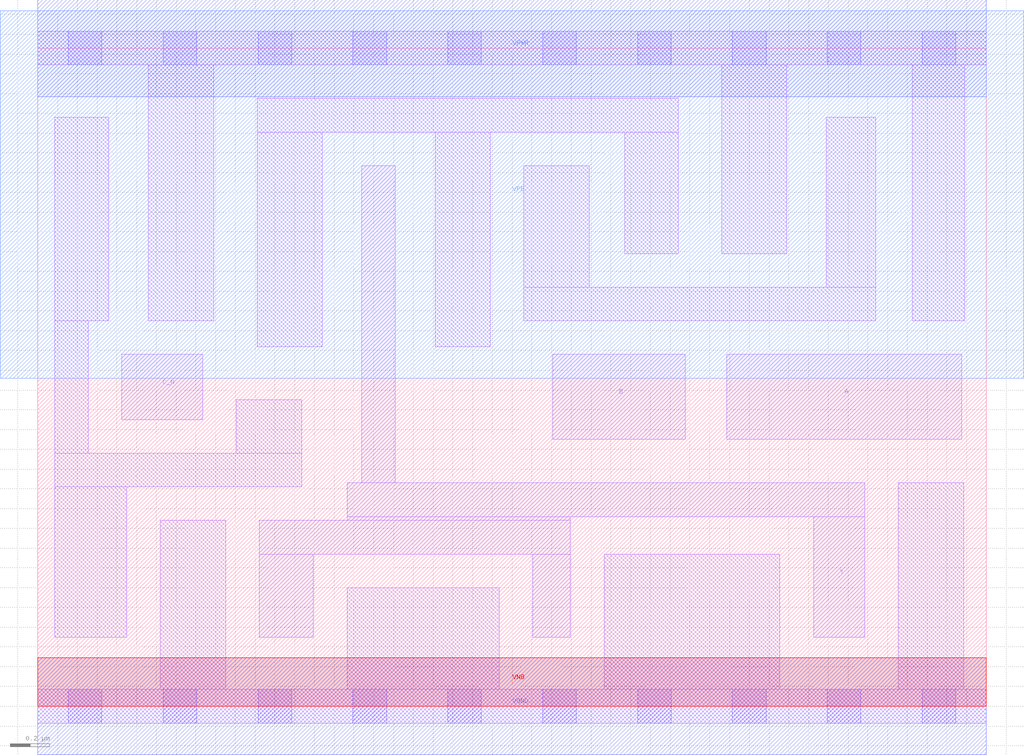
<source format=lef>
# Copyright 2020 The SkyWater PDK Authors
#
# Licensed under the Apache License, Version 2.0 (the "License");
# you may not use this file except in compliance with the License.
# You may obtain a copy of the License at
#
#     https://www.apache.org/licenses/LICENSE-2.0
#
# Unless required by applicable law or agreed to in writing, software
# distributed under the License is distributed on an "AS IS" BASIS,
# WITHOUT WARRANTIES OR CONDITIONS OF ANY KIND, either express or implied.
# See the License for the specific language governing permissions and
# limitations under the License.
#
# SPDX-License-Identifier: Apache-2.0

VERSION 5.7 ;
  NOWIREEXTENSIONATPIN ON ;
  DIVIDERCHAR "/" ;
  BUSBITCHARS "[]" ;
MACRO sky130_fd_sc_hs__nor3b_2
  CLASS CORE ;
  FOREIGN sky130_fd_sc_hs__nor3b_2 ;
  ORIGIN  0.000000  0.000000 ;
  SIZE  4.800000 BY  3.330000 ;
  SYMMETRY X Y ;
  SITE unit ;
  PIN A
    ANTENNAGATEAREA  0.558000 ;
    DIRECTION INPUT ;
    USE SIGNAL ;
    PORT
      LAYER li1 ;
        RECT 3.485000 1.350000 4.675000 1.780000 ;
    END
  END A
  PIN B
    ANTENNAGATEAREA  0.558000 ;
    DIRECTION INPUT ;
    USE SIGNAL ;
    PORT
      LAYER li1 ;
        RECT 2.605000 1.350000 3.275000 1.780000 ;
    END
  END B
  PIN C_N
    ANTENNAGATEAREA  0.246000 ;
    DIRECTION INPUT ;
    USE SIGNAL ;
    PORT
      LAYER li1 ;
        RECT 0.425000 1.450000 0.835000 1.780000 ;
    END
  END C_N
  PIN Y
    ANTENNADIFFAREA  1.005700 ;
    DIRECTION OUTPUT ;
    USE SIGNAL ;
    PORT
      LAYER li1 ;
        RECT 1.120000 0.350000 1.395000 0.770000 ;
        RECT 1.120000 0.770000 2.695000 0.940000 ;
        RECT 1.565000 0.940000 2.695000 0.960000 ;
        RECT 1.565000 0.960000 4.185000 1.130000 ;
        RECT 1.640000 1.130000 1.810000 2.735000 ;
        RECT 2.505000 0.350000 2.695000 0.770000 ;
        RECT 3.925000 0.350000 4.185000 0.960000 ;
    END
  END Y
  PIN VGND
    DIRECTION INOUT ;
    USE GROUND ;
    PORT
      LAYER met1 ;
        RECT 0.000000 -0.245000 4.800000 0.245000 ;
    END
  END VGND
  PIN VNB
    DIRECTION INOUT ;
    USE GROUND ;
    PORT
      LAYER pwell ;
        RECT 0.000000 0.000000 4.800000 0.245000 ;
    END
  END VNB
  PIN VPB
    DIRECTION INOUT ;
    USE POWER ;
    PORT
      LAYER nwell ;
        RECT -0.190000 1.660000 4.990000 3.520000 ;
    END
  END VPB
  PIN VPWR
    DIRECTION INOUT ;
    USE POWER ;
    PORT
      LAYER met1 ;
        RECT 0.000000 3.085000 4.800000 3.575000 ;
    END
  END VPWR
  OBS
    LAYER li1 ;
      RECT 0.000000 -0.085000 4.800000 0.085000 ;
      RECT 0.000000  3.245000 4.800000 3.415000 ;
      RECT 0.085000  0.350000 0.450000 1.110000 ;
      RECT 0.085000  1.110000 1.335000 1.280000 ;
      RECT 0.085000  1.280000 0.255000 1.950000 ;
      RECT 0.085000  1.950000 0.360000 2.980000 ;
      RECT 0.560000  1.950000 0.890000 3.245000 ;
      RECT 0.620000  0.085000 0.950000 0.940000 ;
      RECT 1.005000  1.280000 1.335000 1.550000 ;
      RECT 1.110000  1.820000 1.440000 2.905000 ;
      RECT 1.110000  2.905000 3.240000 3.075000 ;
      RECT 1.565000  0.085000 2.335000 0.600000 ;
      RECT 2.010000  1.820000 2.290000 2.905000 ;
      RECT 2.460000  1.950000 4.240000 2.120000 ;
      RECT 2.460000  2.120000 2.790000 2.735000 ;
      RECT 2.865000  0.085000 3.755000 0.770000 ;
      RECT 2.970000  2.290000 3.240000 2.905000 ;
      RECT 3.460000  2.290000 3.790000 3.245000 ;
      RECT 3.990000  2.120000 4.240000 2.980000 ;
      RECT 4.355000  0.085000 4.685000 1.130000 ;
      RECT 4.425000  1.950000 4.690000 3.245000 ;
    LAYER mcon ;
      RECT 0.155000 -0.085000 0.325000 0.085000 ;
      RECT 0.155000  3.245000 0.325000 3.415000 ;
      RECT 0.635000 -0.085000 0.805000 0.085000 ;
      RECT 0.635000  3.245000 0.805000 3.415000 ;
      RECT 1.115000 -0.085000 1.285000 0.085000 ;
      RECT 1.115000  3.245000 1.285000 3.415000 ;
      RECT 1.595000 -0.085000 1.765000 0.085000 ;
      RECT 1.595000  3.245000 1.765000 3.415000 ;
      RECT 2.075000 -0.085000 2.245000 0.085000 ;
      RECT 2.075000  3.245000 2.245000 3.415000 ;
      RECT 2.555000 -0.085000 2.725000 0.085000 ;
      RECT 2.555000  3.245000 2.725000 3.415000 ;
      RECT 3.035000 -0.085000 3.205000 0.085000 ;
      RECT 3.035000  3.245000 3.205000 3.415000 ;
      RECT 3.515000 -0.085000 3.685000 0.085000 ;
      RECT 3.515000  3.245000 3.685000 3.415000 ;
      RECT 3.995000 -0.085000 4.165000 0.085000 ;
      RECT 3.995000  3.245000 4.165000 3.415000 ;
      RECT 4.475000 -0.085000 4.645000 0.085000 ;
      RECT 4.475000  3.245000 4.645000 3.415000 ;
  END
END sky130_fd_sc_hs__nor3b_2
END LIBRARY

</source>
